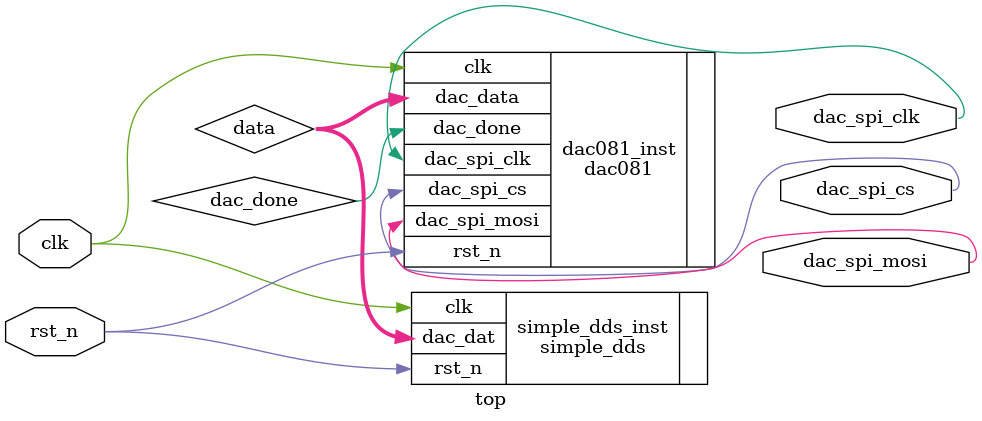
<source format=v>


module  top
(
    input               clk,
    input               rst_n,
    output  wire        dac_spi_clk,
    output  wire        dac_spi_cs,
    output  wire        dac_spi_mosi
);

wire [7:0] data;

simple_dds simple_dds_inst(
    .clk(clk),
    .rst_n(rst_n),
    .dac_dat(data)
);

wire dac_done;
dac081 dac081_inst(
    .clk(clk),
    .rst_n(rst_n),
    // dac数据和采样完成标志
    .dac_data(data),
    .dac_done(dac_done),

    // spi
    .dac_spi_clk(dac_spi_clk),
    .dac_spi_cs(dac_spi_cs), // cs
    .dac_spi_mosi(dac_spi_mosi) // MOSI
);

endmodule
</source>
